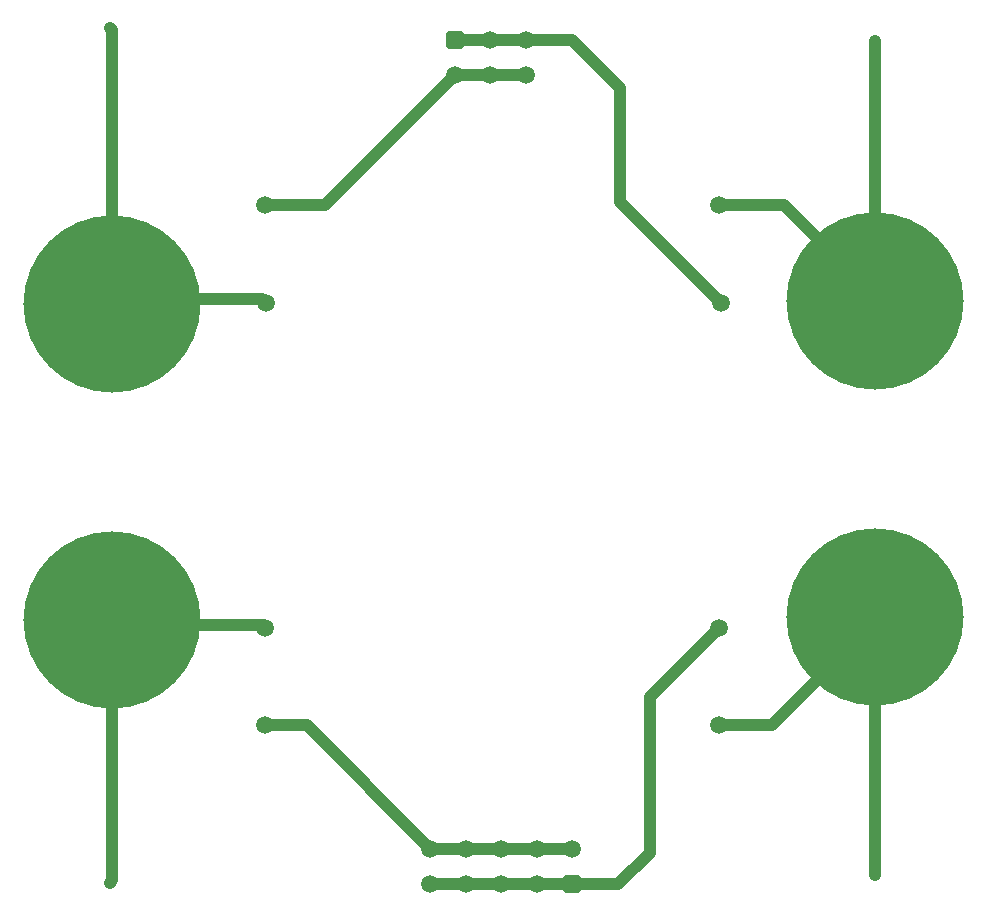
<source format=gbr>
%TF.GenerationSoftware,KiCad,Pcbnew,(6.0.7)*%
%TF.CreationDate,2023-01-09T20:26:50-06:00*%
%TF.ProjectId,Contactor PCB,436f6e74-6163-4746-9f72-205043422e6b,rev?*%
%TF.SameCoordinates,Original*%
%TF.FileFunction,Copper,L1,Top*%
%TF.FilePolarity,Positive*%
%FSLAX46Y46*%
G04 Gerber Fmt 4.6, Leading zero omitted, Abs format (unit mm)*
G04 Created by KiCad (PCBNEW (6.0.7)) date 2023-01-09 20:26:50*
%MOMM*%
%LPD*%
G01*
G04 APERTURE LIST*
G04 Aperture macros list*
%AMRoundRect*
0 Rectangle with rounded corners*
0 $1 Rounding radius*
0 $2 $3 $4 $5 $6 $7 $8 $9 X,Y pos of 4 corners*
0 Add a 4 corners polygon primitive as box body*
4,1,4,$2,$3,$4,$5,$6,$7,$8,$9,$2,$3,0*
0 Add four circle primitives for the rounded corners*
1,1,$1+$1,$2,$3*
1,1,$1+$1,$4,$5*
1,1,$1+$1,$6,$7*
1,1,$1+$1,$8,$9*
0 Add four rect primitives between the rounded corners*
20,1,$1+$1,$2,$3,$4,$5,0*
20,1,$1+$1,$4,$5,$6,$7,0*
20,1,$1+$1,$6,$7,$8,$9,0*
20,1,$1+$1,$8,$9,$2,$3,0*%
G04 Aperture macros list end*
%TA.AperFunction,ComponentPad*%
%ADD10C,1.000000*%
%TD*%
%TA.AperFunction,ComponentPad*%
%ADD11C,15.000000*%
%TD*%
%TA.AperFunction,ComponentPad*%
%ADD12C,1.518000*%
%TD*%
%TA.AperFunction,ComponentPad*%
%ADD13RoundRect,0.250001X0.499999X0.499999X-0.499999X0.499999X-0.499999X-0.499999X0.499999X-0.499999X0*%
%TD*%
%TA.AperFunction,ComponentPad*%
%ADD14C,1.500000*%
%TD*%
%TA.AperFunction,ComponentPad*%
%ADD15RoundRect,0.250001X-0.499999X-0.499999X0.499999X-0.499999X0.499999X0.499999X-0.499999X0.499999X0*%
%TD*%
%TA.AperFunction,Conductor*%
%ADD16C,1.000000*%
%TD*%
G04 APERTURE END LIST*
D10*
%TO.P,TP4,1,1*%
%TO.N,Net-(TP4-Pad1)*%
X147320000Y-120650000D03*
%TD*%
D11*
%TO.P,U2,1,A1*%
%TO.N,Net-(F4-Pad1)*%
X212138388Y-98190071D03*
%TO.P,U2,2,A2*%
%TO.N,Net-(F3-Pad1)*%
X212138388Y-71390071D03*
%TD*%
D10*
%TO.P,TP8,1,1*%
%TO.N,Net-(F4-Pad1)*%
X212090000Y-120015000D03*
%TD*%
D12*
%TO.P,F4,1*%
%TO.N,Net-(F4-Pad1)*%
X198940000Y-107327500D03*
%TO.P,F4,2*%
%TO.N,/HV(-)*%
X160470000Y-107327500D03*
%TD*%
D13*
%TO.P,J1,1,Pin_1*%
%TO.N,/HV(+)*%
X186467000Y-120787000D03*
D14*
%TO.P,J1,2,Pin_2*%
X183467000Y-120787000D03*
%TO.P,J1,3,Pin_3*%
X180467000Y-120787000D03*
%TO.P,J1,4,Pin_4*%
X177467000Y-120787000D03*
%TO.P,J1,5,Pin_5*%
X174467000Y-120787000D03*
%TO.P,J1,6,Pin_6*%
%TO.N,/HV(-)*%
X186467000Y-117787000D03*
%TO.P,J1,7,Pin_7*%
X183467000Y-117787000D03*
%TO.P,J1,8,Pin_8*%
X180467000Y-117787000D03*
%TO.P,J1,9,Pin_9*%
X177467000Y-117787000D03*
%TO.P,J1,10,Pin_10*%
X174467000Y-117787000D03*
%TD*%
D10*
%TO.P,TP5,1,1*%
%TO.N,Net-(F3-Pad1)*%
X212090000Y-49400000D03*
%TD*%
D12*
%TO.P,F2,1*%
%TO.N,Net-(TP4-Pad1)*%
X160470000Y-99047500D03*
%TO.P,F2,2*%
%TO.N,/HV(+)*%
X198940000Y-99047500D03*
%TD*%
%TO.P,F3,1*%
%TO.N,Net-(F3-Pad1)*%
X198940000Y-63295000D03*
%TO.P,F3,2*%
%TO.N,/Batt(-)*%
X160470000Y-63295000D03*
%TD*%
D15*
%TO.P,J2,1,Pin_1*%
%TO.N,/Batt(+)*%
X176530000Y-49276000D03*
D14*
%TO.P,J2,2,Pin_2*%
X179530000Y-49276000D03*
%TO.P,J2,3,Pin_3*%
X182530000Y-49276000D03*
%TO.P,J2,4,Pin_4*%
%TO.N,/Batt(-)*%
X176530000Y-52276000D03*
%TO.P,J2,5,Pin_5*%
X179530000Y-52276000D03*
%TO.P,J2,6,Pin_6*%
X182530000Y-52276000D03*
%TD*%
D10*
%TO.P,TP1,1,1*%
%TO.N,Net-(U1-Pad1)*%
X147320000Y-48260000D03*
%TD*%
D12*
%TO.P,F1,1*%
%TO.N,Net-(U1-Pad1)*%
X160570000Y-71525000D03*
%TO.P,F1,2*%
%TO.N,/Batt(+)*%
X199040000Y-71525000D03*
%TD*%
D11*
%TO.P,U1,1,A1*%
%TO.N,Net-(U1-Pad1)*%
X147525613Y-71608929D03*
%TO.P,U1,2,A2*%
%TO.N,Net-(TP4-Pad1)*%
X147525613Y-98408929D03*
%TD*%
D16*
%TO.N,/Batt(+)*%
X182530000Y-49276000D02*
X176530000Y-49276000D01*
X186436000Y-49276000D02*
X182530000Y-49276000D01*
X190500000Y-62985000D02*
X190500000Y-53340000D01*
X190500000Y-53340000D02*
X186436000Y-49276000D01*
X199040000Y-71525000D02*
X190500000Y-62985000D01*
%TO.N,/HV(+)*%
X193040000Y-104947500D02*
X193040000Y-118110000D01*
X186467000Y-120787000D02*
X174467000Y-120787000D01*
X193040000Y-118110000D02*
X190363000Y-120787000D01*
X190363000Y-120787000D02*
X186467000Y-120787000D01*
X198940000Y-99047500D02*
X193040000Y-104947500D01*
%TO.N,Net-(F3-Pad1)*%
X212138388Y-70990071D02*
X212138388Y-49448388D01*
X212138388Y-70990071D02*
X204443317Y-63295000D01*
X212138388Y-49448388D02*
X212090000Y-49400000D01*
X204443317Y-63295000D02*
X198940000Y-63295000D01*
%TO.N,/Batt(-)*%
X165511000Y-63295000D02*
X176530000Y-52276000D01*
X160470000Y-63295000D02*
X165511000Y-63295000D01*
X176530000Y-52276000D02*
X182530000Y-52276000D01*
%TO.N,Net-(F4-Pad1)*%
X212146088Y-98590071D02*
X212146088Y-119958912D01*
X203408659Y-107327500D02*
X198940000Y-107327500D01*
X212146088Y-98590071D02*
X203408659Y-107327500D01*
X212146088Y-119958912D02*
X212090000Y-120015000D01*
%TO.N,/HV(-)*%
X160470000Y-107327500D02*
X164007500Y-107327500D01*
X164007500Y-107327500D02*
X174467000Y-117787000D01*
X174467000Y-117787000D02*
X186467000Y-117787000D01*
%TO.N,Net-(U1-Pad1)*%
X147517913Y-48457913D02*
X147320000Y-48260000D01*
X160253929Y-71208929D02*
X160570000Y-71525000D01*
X147517913Y-71208929D02*
X160253929Y-71208929D01*
X147517913Y-71208929D02*
X147517913Y-48457913D01*
%TO.N,Net-(TP4-Pad1)*%
X147525613Y-98808929D02*
X147525613Y-120444387D01*
X160231429Y-98808929D02*
X160470000Y-99047500D01*
X147525613Y-98808929D02*
X160231429Y-98808929D01*
X147525613Y-120444387D02*
X147320000Y-120650000D01*
%TD*%
M02*

</source>
